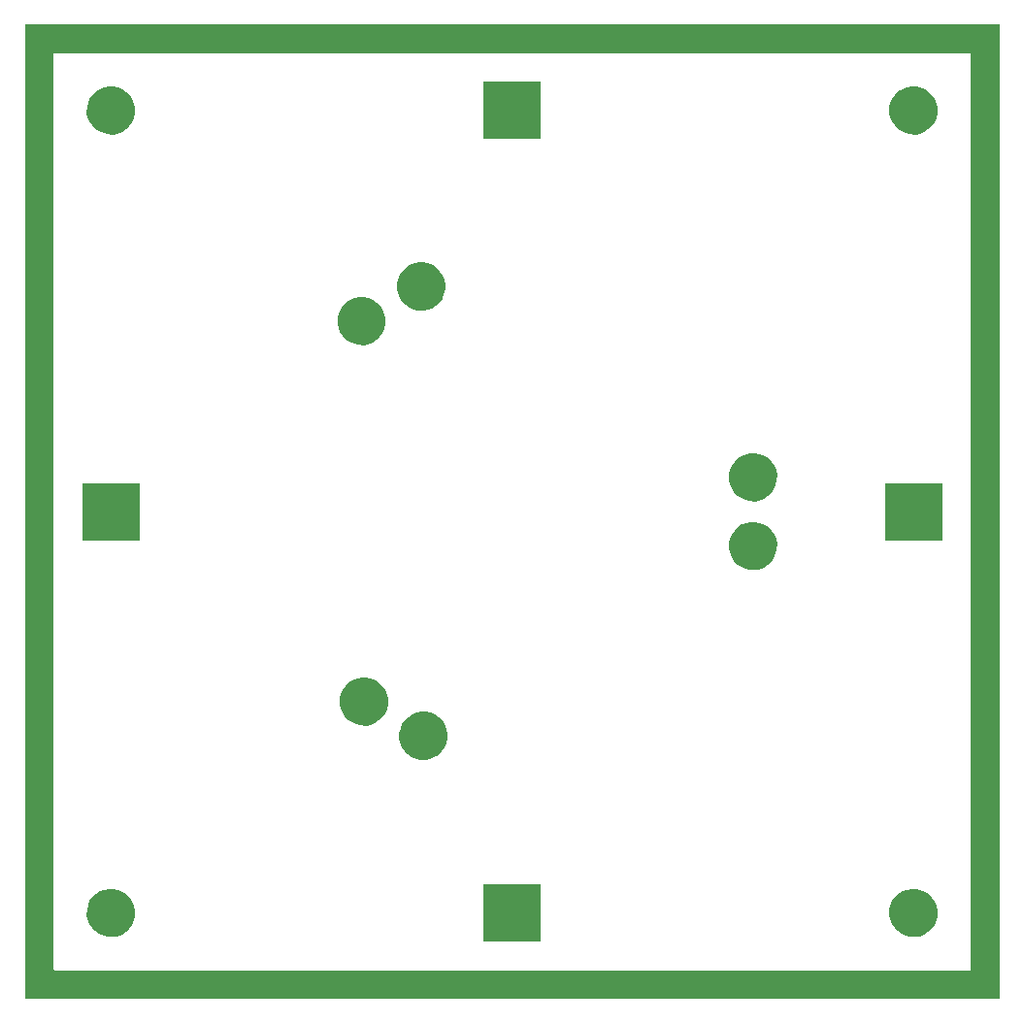
<source format=gts>
G04 #@! TF.FileFunction,Soldermask,Top*
%FSLAX46Y46*%
G04 Gerber Fmt 4.6, Leading zero omitted, Abs format (unit mm)*
G04 Created by KiCad (PCBNEW 4.0.2-stable) date Tue 13 Dec 2016 10:43:35 AM CET*
%MOMM*%
G01*
G04 APERTURE LIST*
%ADD10C,0.100000*%
G04 APERTURE END LIST*
D10*
G36*
X142500000Y-142500000D02*
X60040592Y-142500000D01*
X60023180Y-142502474D01*
X60006769Y-142509943D01*
X60000000Y-142514299D01*
X60000000Y-142515778D01*
X57500000Y-142515778D01*
X57500000Y-60062500D01*
X60000000Y-60062500D01*
X60000000Y-139937500D01*
X60002474Y-139954912D01*
X60009702Y-139970945D01*
X60021110Y-139984331D01*
X60035795Y-139994008D01*
X60052595Y-139999210D01*
X60062500Y-140000000D01*
X139937500Y-140000000D01*
X139954912Y-139997526D01*
X139970945Y-139990298D01*
X139984331Y-139978890D01*
X139994008Y-139964205D01*
X139999210Y-139947405D01*
X140000000Y-139937500D01*
X140000000Y-60062500D01*
X139997526Y-60045088D01*
X139990298Y-60029055D01*
X139978890Y-60015669D01*
X139964205Y-60005992D01*
X139947405Y-60000790D01*
X139937500Y-60000000D01*
X60062500Y-60000000D01*
X60045088Y-60002474D01*
X60029055Y-60009702D01*
X60015669Y-60021110D01*
X60005992Y-60035795D01*
X60000790Y-60052595D01*
X60000000Y-60062500D01*
X57500000Y-60062500D01*
X57500000Y-57500000D01*
X142500000Y-57500000D01*
X142500000Y-142500000D01*
X142500000Y-142500000D01*
G37*
G36*
X102500000Y-137500000D02*
X97500000Y-137500000D01*
X97500000Y-132500000D01*
X102500000Y-132500000D01*
X102500000Y-137500000D01*
X102500000Y-137500000D01*
G37*
G36*
X65220572Y-132901396D02*
X65623992Y-132984206D01*
X66003642Y-133143796D01*
X66345070Y-133374092D01*
X66635259Y-133666314D01*
X66863164Y-134009341D01*
X67020100Y-134390094D01*
X67100006Y-134793653D01*
X67100006Y-134793659D01*
X67100090Y-134794084D01*
X67093522Y-135264473D01*
X67093427Y-135264890D01*
X67093427Y-135264902D01*
X67002283Y-135666070D01*
X66834776Y-136042297D01*
X66597382Y-136378826D01*
X66299148Y-136662830D01*
X65951423Y-136883503D01*
X65567463Y-137032432D01*
X65161891Y-137103945D01*
X64750150Y-137095319D01*
X64347926Y-137006885D01*
X63970534Y-136842006D01*
X63632362Y-136606972D01*
X63346278Y-136310722D01*
X63123187Y-135964553D01*
X62971580Y-135581638D01*
X62897238Y-135176576D01*
X62902987Y-134764780D01*
X62988612Y-134361951D01*
X63150849Y-133983422D01*
X63383521Y-133643614D01*
X63677764Y-133355469D01*
X64022371Y-133129965D01*
X64404213Y-132975691D01*
X64808753Y-132898521D01*
X65220572Y-132901396D01*
X65220572Y-132901396D01*
G37*
G36*
X135220572Y-132901396D02*
X135623992Y-132984206D01*
X136003642Y-133143796D01*
X136345070Y-133374092D01*
X136635259Y-133666314D01*
X136863164Y-134009341D01*
X137020100Y-134390094D01*
X137100006Y-134793653D01*
X137100006Y-134793659D01*
X137100090Y-134794084D01*
X137093522Y-135264473D01*
X137093427Y-135264890D01*
X137093427Y-135264902D01*
X137002283Y-135666070D01*
X136834776Y-136042297D01*
X136597382Y-136378826D01*
X136299148Y-136662830D01*
X135951423Y-136883503D01*
X135567463Y-137032432D01*
X135161891Y-137103945D01*
X134750150Y-137095319D01*
X134347926Y-137006885D01*
X133970534Y-136842006D01*
X133632362Y-136606972D01*
X133346278Y-136310722D01*
X133123187Y-135964553D01*
X132971580Y-135581638D01*
X132897238Y-135176576D01*
X132902987Y-134764780D01*
X132988612Y-134361951D01*
X133150849Y-133983422D01*
X133383521Y-133643614D01*
X133677764Y-133355469D01*
X134022371Y-133129965D01*
X134404213Y-132975691D01*
X134808753Y-132898521D01*
X135220572Y-132901396D01*
X135220572Y-132901396D01*
G37*
G36*
X92478902Y-117463574D02*
X92882322Y-117546384D01*
X93261972Y-117705974D01*
X93603400Y-117936270D01*
X93893589Y-118228492D01*
X94121494Y-118571519D01*
X94278430Y-118952272D01*
X94358336Y-119355831D01*
X94358336Y-119355837D01*
X94358420Y-119356262D01*
X94351852Y-119826651D01*
X94351757Y-119827068D01*
X94351757Y-119827080D01*
X94260613Y-120228248D01*
X94093106Y-120604475D01*
X93855712Y-120941004D01*
X93557478Y-121225008D01*
X93209753Y-121445681D01*
X92825793Y-121594610D01*
X92420221Y-121666123D01*
X92008480Y-121657497D01*
X91606256Y-121569063D01*
X91228864Y-121404184D01*
X90890692Y-121169150D01*
X90604608Y-120872900D01*
X90381517Y-120526731D01*
X90229910Y-120143816D01*
X90155568Y-119738754D01*
X90161317Y-119326958D01*
X90246942Y-118924129D01*
X90409179Y-118545600D01*
X90641851Y-118205792D01*
X90936094Y-117917647D01*
X91280701Y-117692143D01*
X91662543Y-117537869D01*
X92067083Y-117460699D01*
X92478902Y-117463574D01*
X92478902Y-117463574D01*
G37*
G36*
X87282750Y-114463574D02*
X87686170Y-114546384D01*
X88065820Y-114705974D01*
X88407248Y-114936270D01*
X88697437Y-115228492D01*
X88925342Y-115571519D01*
X89082278Y-115952272D01*
X89162184Y-116355831D01*
X89162184Y-116355837D01*
X89162268Y-116356262D01*
X89155700Y-116826651D01*
X89155605Y-116827068D01*
X89155605Y-116827080D01*
X89064461Y-117228248D01*
X88896954Y-117604475D01*
X88659560Y-117941004D01*
X88361326Y-118225008D01*
X88013601Y-118445681D01*
X87629641Y-118594610D01*
X87224069Y-118666123D01*
X86812328Y-118657497D01*
X86410104Y-118569063D01*
X86032712Y-118404184D01*
X85694540Y-118169150D01*
X85408456Y-117872900D01*
X85185365Y-117526731D01*
X85033758Y-117143816D01*
X84959416Y-116738754D01*
X84965165Y-116326958D01*
X85050790Y-115924129D01*
X85213027Y-115545600D01*
X85445699Y-115205792D01*
X85739942Y-114917647D01*
X86084549Y-114692143D01*
X86466391Y-114537869D01*
X86870931Y-114460699D01*
X87282750Y-114463574D01*
X87282750Y-114463574D01*
G37*
G36*
X121220572Y-100901396D02*
X121623992Y-100984206D01*
X122003642Y-101143796D01*
X122345070Y-101374092D01*
X122635259Y-101666314D01*
X122863164Y-102009341D01*
X123020100Y-102390094D01*
X123100006Y-102793653D01*
X123100006Y-102793659D01*
X123100090Y-102794084D01*
X123093522Y-103264473D01*
X123093427Y-103264890D01*
X123093427Y-103264902D01*
X123002283Y-103666070D01*
X122834776Y-104042297D01*
X122597382Y-104378826D01*
X122299148Y-104662830D01*
X121951423Y-104883503D01*
X121567463Y-105032432D01*
X121161891Y-105103945D01*
X120750150Y-105095319D01*
X120347926Y-105006885D01*
X119970534Y-104842006D01*
X119632362Y-104606972D01*
X119346278Y-104310722D01*
X119123187Y-103964553D01*
X118971580Y-103581638D01*
X118897238Y-103176576D01*
X118902987Y-102764780D01*
X118988612Y-102361951D01*
X119150849Y-101983422D01*
X119383521Y-101643614D01*
X119677764Y-101355469D01*
X120022371Y-101129965D01*
X120404213Y-100975691D01*
X120808753Y-100898521D01*
X121220572Y-100901396D01*
X121220572Y-100901396D01*
G37*
G36*
X67500000Y-102500000D02*
X62500000Y-102500000D01*
X62500000Y-97500000D01*
X67500000Y-97500000D01*
X67500000Y-102500000D01*
X67500000Y-102500000D01*
G37*
G36*
X137500000Y-102500000D02*
X132500000Y-102500000D01*
X132500000Y-97500000D01*
X137500000Y-97500000D01*
X137500000Y-102500000D01*
X137500000Y-102500000D01*
G37*
G36*
X121220572Y-94901396D02*
X121623992Y-94984206D01*
X122003642Y-95143796D01*
X122345070Y-95374092D01*
X122635259Y-95666314D01*
X122863164Y-96009341D01*
X123020100Y-96390094D01*
X123100006Y-96793653D01*
X123100006Y-96793659D01*
X123100090Y-96794084D01*
X123093522Y-97264473D01*
X123093427Y-97264890D01*
X123093427Y-97264902D01*
X123002283Y-97666070D01*
X122834776Y-98042297D01*
X122597382Y-98378826D01*
X122299148Y-98662830D01*
X121951423Y-98883503D01*
X121567463Y-99032432D01*
X121161891Y-99103945D01*
X120750150Y-99095319D01*
X120347926Y-99006885D01*
X119970534Y-98842006D01*
X119632362Y-98606972D01*
X119346278Y-98310722D01*
X119123187Y-97964553D01*
X118971580Y-97581638D01*
X118897238Y-97176576D01*
X118902987Y-96764780D01*
X118988612Y-96361951D01*
X119150849Y-95983422D01*
X119383521Y-95643614D01*
X119677764Y-95355469D01*
X120022371Y-95129965D01*
X120404213Y-94975691D01*
X120808753Y-94898521D01*
X121220572Y-94901396D01*
X121220572Y-94901396D01*
G37*
G36*
X87078267Y-81272231D02*
X87481687Y-81355041D01*
X87861337Y-81514631D01*
X88202765Y-81744927D01*
X88492954Y-82037149D01*
X88720859Y-82380176D01*
X88877795Y-82760929D01*
X88957701Y-83164488D01*
X88957701Y-83164494D01*
X88957785Y-83164919D01*
X88951217Y-83635308D01*
X88951122Y-83635725D01*
X88951122Y-83635737D01*
X88859978Y-84036905D01*
X88692471Y-84413132D01*
X88455077Y-84749661D01*
X88156843Y-85033665D01*
X87809118Y-85254338D01*
X87425158Y-85403267D01*
X87019586Y-85474780D01*
X86607845Y-85466154D01*
X86205621Y-85377720D01*
X85828229Y-85212841D01*
X85490057Y-84977807D01*
X85203973Y-84681557D01*
X84980882Y-84335388D01*
X84829275Y-83952473D01*
X84754933Y-83547411D01*
X84760682Y-83135615D01*
X84846307Y-82732786D01*
X85008544Y-82354257D01*
X85241216Y-82014449D01*
X85535459Y-81726304D01*
X85880066Y-81500800D01*
X86261908Y-81346526D01*
X86666448Y-81269356D01*
X87078267Y-81272231D01*
X87078267Y-81272231D01*
G37*
G36*
X92274420Y-78272231D02*
X92677840Y-78355041D01*
X93057490Y-78514631D01*
X93398918Y-78744927D01*
X93689107Y-79037149D01*
X93917012Y-79380176D01*
X94073948Y-79760929D01*
X94153854Y-80164488D01*
X94153854Y-80164494D01*
X94153938Y-80164919D01*
X94147370Y-80635308D01*
X94147275Y-80635725D01*
X94147275Y-80635737D01*
X94056131Y-81036905D01*
X93888624Y-81413132D01*
X93651230Y-81749661D01*
X93352996Y-82033665D01*
X93005271Y-82254338D01*
X92621311Y-82403267D01*
X92215739Y-82474780D01*
X91803998Y-82466154D01*
X91401774Y-82377720D01*
X91024382Y-82212841D01*
X90686210Y-81977807D01*
X90400126Y-81681557D01*
X90177035Y-81335388D01*
X90025428Y-80952473D01*
X89951086Y-80547411D01*
X89956835Y-80135615D01*
X90042460Y-79732786D01*
X90204697Y-79354257D01*
X90437369Y-79014449D01*
X90731612Y-78726304D01*
X91076219Y-78500800D01*
X91458061Y-78346526D01*
X91862601Y-78269356D01*
X92274420Y-78272231D01*
X92274420Y-78272231D01*
G37*
G36*
X102500000Y-67500000D02*
X97500000Y-67500000D01*
X97500000Y-62500000D01*
X102500000Y-62500000D01*
X102500000Y-67500000D01*
X102500000Y-67500000D01*
G37*
G36*
X135220572Y-62901396D02*
X135623992Y-62984206D01*
X136003642Y-63143796D01*
X136345070Y-63374092D01*
X136635259Y-63666314D01*
X136863164Y-64009341D01*
X137020100Y-64390094D01*
X137100006Y-64793653D01*
X137100006Y-64793659D01*
X137100090Y-64794084D01*
X137093522Y-65264473D01*
X137093427Y-65264890D01*
X137093427Y-65264902D01*
X137002283Y-65666070D01*
X136834776Y-66042297D01*
X136597382Y-66378826D01*
X136299148Y-66662830D01*
X135951423Y-66883503D01*
X135567463Y-67032432D01*
X135161891Y-67103945D01*
X134750150Y-67095319D01*
X134347926Y-67006885D01*
X133970534Y-66842006D01*
X133632362Y-66606972D01*
X133346278Y-66310722D01*
X133123187Y-65964553D01*
X132971580Y-65581638D01*
X132897238Y-65176576D01*
X132902987Y-64764780D01*
X132988612Y-64361951D01*
X133150849Y-63983422D01*
X133383521Y-63643614D01*
X133677764Y-63355469D01*
X134022371Y-63129965D01*
X134404213Y-62975691D01*
X134808753Y-62898521D01*
X135220572Y-62901396D01*
X135220572Y-62901396D01*
G37*
G36*
X65220572Y-62901396D02*
X65623992Y-62984206D01*
X66003642Y-63143796D01*
X66345070Y-63374092D01*
X66635259Y-63666314D01*
X66863164Y-64009341D01*
X67020100Y-64390094D01*
X67100006Y-64793653D01*
X67100006Y-64793659D01*
X67100090Y-64794084D01*
X67093522Y-65264473D01*
X67093427Y-65264890D01*
X67093427Y-65264902D01*
X67002283Y-65666070D01*
X66834776Y-66042297D01*
X66597382Y-66378826D01*
X66299148Y-66662830D01*
X65951423Y-66883503D01*
X65567463Y-67032432D01*
X65161891Y-67103945D01*
X64750150Y-67095319D01*
X64347926Y-67006885D01*
X63970534Y-66842006D01*
X63632362Y-66606972D01*
X63346278Y-66310722D01*
X63123187Y-65964553D01*
X62971580Y-65581638D01*
X62897238Y-65176576D01*
X62902987Y-64764780D01*
X62988612Y-64361951D01*
X63150849Y-63983422D01*
X63383521Y-63643614D01*
X63677764Y-63355469D01*
X64022371Y-63129965D01*
X64404213Y-62975691D01*
X64808753Y-62898521D01*
X65220572Y-62901396D01*
X65220572Y-62901396D01*
G37*
M02*

</source>
